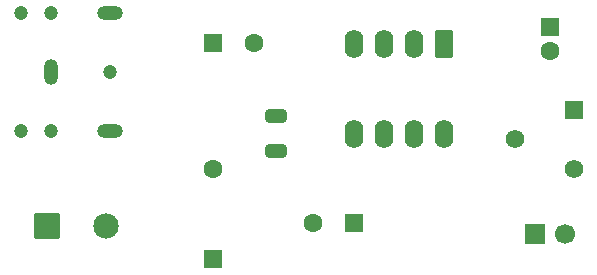
<source format=gts>
G04 #@! TF.GenerationSoftware,KiCad,Pcbnew,9.0.1-9.0.1-0~ubuntu24.04.1*
G04 #@! TF.CreationDate,2025-05-03T19:14:28+01:00*
G04 #@! TF.ProjectId,Kicad_Amplificador,4b696361-645f-4416-9d70-6c6966696361,rev?*
G04 #@! TF.SameCoordinates,Original*
G04 #@! TF.FileFunction,Soldermask,Top*
G04 #@! TF.FilePolarity,Negative*
%FSLAX46Y46*%
G04 Gerber Fmt 4.6, Leading zero omitted, Abs format (unit mm)*
G04 Created by KiCad (PCBNEW 9.0.1-9.0.1-0~ubuntu24.04.1) date 2025-05-03 19:14:28*
%MOMM*%
%LPD*%
G01*
G04 APERTURE LIST*
G04 Aperture macros list*
%AMRoundRect*
0 Rectangle with rounded corners*
0 $1 Rounding radius*
0 $2 $3 $4 $5 $6 $7 $8 $9 X,Y pos of 4 corners*
0 Add a 4 corners polygon primitive as box body*
4,1,4,$2,$3,$4,$5,$6,$7,$8,$9,$2,$3,0*
0 Add four circle primitives for the rounded corners*
1,1,$1+$1,$2,$3*
1,1,$1+$1,$4,$5*
1,1,$1+$1,$6,$7*
1,1,$1+$1,$8,$9*
0 Add four rect primitives between the rounded corners*
20,1,$1+$1,$2,$3,$4,$5,0*
20,1,$1+$1,$4,$5,$6,$7,0*
20,1,$1+$1,$6,$7,$8,$9,0*
20,1,$1+$1,$8,$9,$2,$3,0*%
G04 Aperture macros list end*
%ADD10RoundRect,0.250000X-0.550000X0.950000X-0.550000X-0.950000X0.550000X-0.950000X0.550000X0.950000X0*%
%ADD11O,1.600000X2.400000*%
%ADD12R,1.560000X1.560000*%
%ADD13C,1.560000*%
%ADD14R,1.600000X1.600000*%
%ADD15C,1.600000*%
%ADD16RoundRect,0.250000X0.550000X-0.550000X0.550000X0.550000X-0.550000X0.550000X-0.550000X-0.550000X0*%
%ADD17RoundRect,0.102000X-0.975000X-0.975000X0.975000X-0.975000X0.975000X0.975000X-0.975000X0.975000X0*%
%ADD18C,2.154000*%
%ADD19C,1.200000*%
%ADD20O,2.200000X1.200000*%
%ADD21O,1.200000X2.200000*%
%ADD22RoundRect,0.250000X0.650000X-0.325000X0.650000X0.325000X-0.650000X0.325000X-0.650000X-0.325000X0*%
%ADD23R,1.700000X1.700000*%
%ADD24C,1.700000*%
G04 APERTURE END LIST*
D10*
X139000000Y-95880000D03*
D11*
X136460000Y-95880000D03*
X133920000Y-95880000D03*
X131380000Y-95880000D03*
X131380000Y-103500000D03*
X133920000Y-103500000D03*
X136460000Y-103500000D03*
X139000000Y-103500000D03*
D12*
X149990000Y-101500000D03*
D13*
X144990000Y-104000000D03*
X149990000Y-106500000D03*
D14*
X148000000Y-94500000D03*
D15*
X148000000Y-96500000D03*
D16*
X119400000Y-114120000D03*
D15*
X119400000Y-106500000D03*
D14*
X119400000Y-95800000D03*
D15*
X122900000Y-95800000D03*
D14*
X131400000Y-111100000D03*
D15*
X127900000Y-111100000D03*
D17*
X105400000Y-111300000D03*
D18*
X110400000Y-111300000D03*
D19*
X105700000Y-93300000D03*
X103200000Y-93300000D03*
X110700000Y-98300000D03*
X105700000Y-103300000D03*
X103200000Y-103300000D03*
D20*
X110700000Y-93300000D03*
D21*
X105700000Y-98300000D03*
D20*
X110700000Y-103300000D03*
D22*
X124750000Y-104975000D03*
X124750000Y-102025000D03*
D23*
X146725000Y-112000000D03*
D24*
X149265000Y-112000000D03*
M02*

</source>
